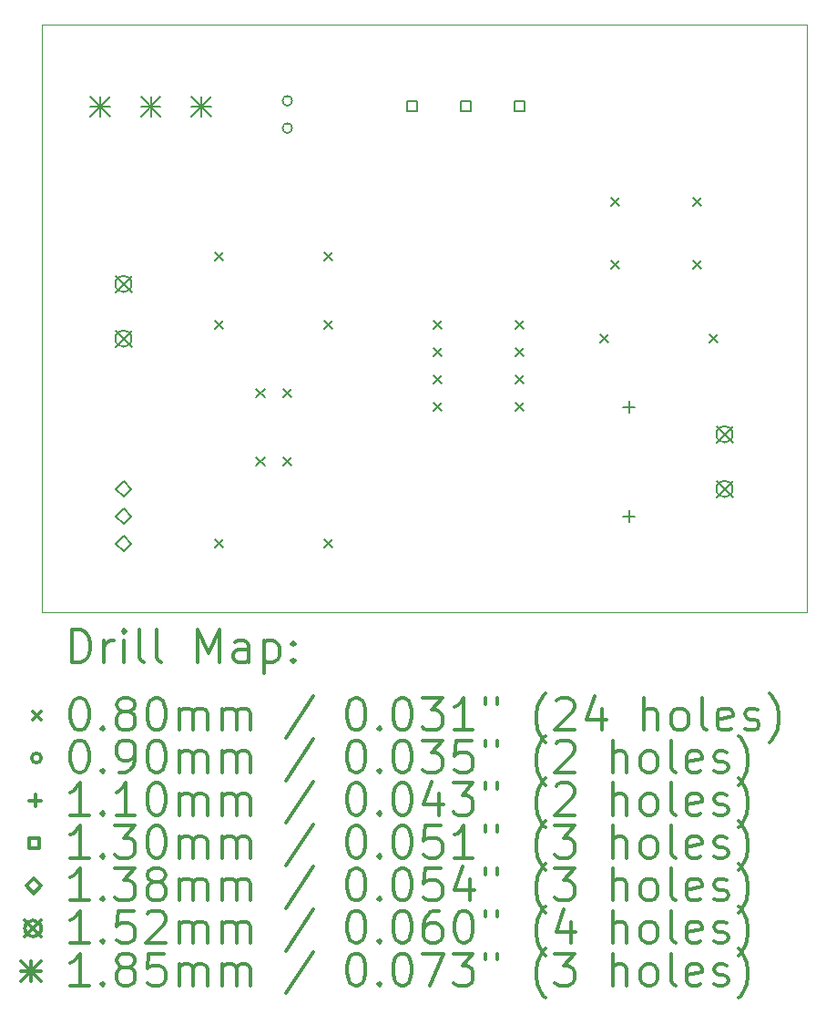
<source format=gbr>
%FSLAX45Y45*%
G04 Gerber Fmt 4.5, Leading zero omitted, Abs format (unit mm)*
G04 Created by KiCad (PCBNEW (5.1.9)-1) date 2022-05-29 14:43:06*
%MOMM*%
%LPD*%
G01*
G04 APERTURE LIST*
%TA.AperFunction,Profile*%
%ADD10C,0.050000*%
%TD*%
%ADD11C,0.200000*%
%ADD12C,0.300000*%
G04 APERTURE END LIST*
D10*
X11176000Y-12573000D02*
X11176000Y-7112000D01*
X18288000Y-12573000D02*
X11176000Y-12573000D01*
X18288000Y-7112000D02*
X18288000Y-12573000D01*
X11176000Y-7112000D02*
X18288000Y-7112000D01*
D11*
X12787000Y-9231000D02*
X12867000Y-9311000D01*
X12867000Y-9231000D02*
X12787000Y-9311000D01*
X12787000Y-9866000D02*
X12867000Y-9946000D01*
X12867000Y-9866000D02*
X12787000Y-9946000D01*
X12787000Y-11898000D02*
X12867000Y-11978000D01*
X12867000Y-11898000D02*
X12787000Y-11978000D01*
X13172000Y-10501000D02*
X13252000Y-10581000D01*
X13252000Y-10501000D02*
X13172000Y-10581000D01*
X13172000Y-11136000D02*
X13252000Y-11216000D01*
X13252000Y-11136000D02*
X13172000Y-11216000D01*
X13422000Y-10501000D02*
X13502000Y-10581000D01*
X13502000Y-10501000D02*
X13422000Y-10581000D01*
X13422000Y-11136000D02*
X13502000Y-11216000D01*
X13502000Y-11136000D02*
X13422000Y-11216000D01*
X13803000Y-9231000D02*
X13883000Y-9311000D01*
X13883000Y-9231000D02*
X13803000Y-9311000D01*
X13803000Y-9866000D02*
X13883000Y-9946000D01*
X13883000Y-9866000D02*
X13803000Y-9946000D01*
X13803000Y-11898000D02*
X13883000Y-11978000D01*
X13883000Y-11898000D02*
X13803000Y-11978000D01*
X14819000Y-9866000D02*
X14899000Y-9946000D01*
X14899000Y-9866000D02*
X14819000Y-9946000D01*
X14819000Y-10120000D02*
X14899000Y-10200000D01*
X14899000Y-10120000D02*
X14819000Y-10200000D01*
X14819000Y-10374000D02*
X14899000Y-10454000D01*
X14899000Y-10374000D02*
X14819000Y-10454000D01*
X14819000Y-10628000D02*
X14899000Y-10708000D01*
X14899000Y-10628000D02*
X14819000Y-10708000D01*
X15581000Y-9866000D02*
X15661000Y-9946000D01*
X15661000Y-9866000D02*
X15581000Y-9946000D01*
X15581000Y-10120000D02*
X15661000Y-10200000D01*
X15661000Y-10120000D02*
X15581000Y-10200000D01*
X15581000Y-10374000D02*
X15661000Y-10454000D01*
X15661000Y-10374000D02*
X15581000Y-10454000D01*
X15581000Y-10628000D02*
X15661000Y-10708000D01*
X15661000Y-10628000D02*
X15581000Y-10708000D01*
X16368400Y-9993000D02*
X16448400Y-10073000D01*
X16448400Y-9993000D02*
X16368400Y-10073000D01*
X16470000Y-8723000D02*
X16550000Y-8803000D01*
X16550000Y-8723000D02*
X16470000Y-8803000D01*
X16470000Y-9307200D02*
X16550000Y-9387200D01*
X16550000Y-9307200D02*
X16470000Y-9387200D01*
X17232000Y-8723000D02*
X17312000Y-8803000D01*
X17312000Y-8723000D02*
X17232000Y-8803000D01*
X17232000Y-9307200D02*
X17312000Y-9387200D01*
X17312000Y-9307200D02*
X17232000Y-9387200D01*
X17384400Y-9993000D02*
X17464400Y-10073000D01*
X17464400Y-9993000D02*
X17384400Y-10073000D01*
X13507000Y-7823200D02*
G75*
G03*
X13507000Y-7823200I-45000J0D01*
G01*
X13507000Y-8077200D02*
G75*
G03*
X13507000Y-8077200I-45000J0D01*
G01*
X16637000Y-10613000D02*
X16637000Y-10723000D01*
X16582000Y-10668000D02*
X16692000Y-10668000D01*
X16637000Y-11629000D02*
X16637000Y-11739000D01*
X16582000Y-11684000D02*
X16692000Y-11684000D01*
X14666962Y-7919962D02*
X14666962Y-7828038D01*
X14575038Y-7828038D01*
X14575038Y-7919962D01*
X14666962Y-7919962D01*
X15166962Y-7919962D02*
X15166962Y-7828038D01*
X15075038Y-7828038D01*
X15075038Y-7919962D01*
X15166962Y-7919962D01*
X15666962Y-7919962D02*
X15666962Y-7828038D01*
X15575038Y-7828038D01*
X15575038Y-7919962D01*
X15666962Y-7919962D01*
X11938000Y-11499000D02*
X12007000Y-11430000D01*
X11938000Y-11361000D01*
X11869000Y-11430000D01*
X11938000Y-11499000D01*
X11938000Y-11753000D02*
X12007000Y-11684000D01*
X11938000Y-11615000D01*
X11869000Y-11684000D01*
X11938000Y-11753000D01*
X11938000Y-12007000D02*
X12007000Y-11938000D01*
X11938000Y-11869000D01*
X11869000Y-11938000D01*
X11938000Y-12007000D01*
X11862000Y-9449000D02*
X12014000Y-9601000D01*
X12014000Y-9449000D02*
X11862000Y-9601000D01*
X12014000Y-9525000D02*
G75*
G03*
X12014000Y-9525000I-76000J0D01*
G01*
X11862000Y-9957000D02*
X12014000Y-10109000D01*
X12014000Y-9957000D02*
X11862000Y-10109000D01*
X12014000Y-10033000D02*
G75*
G03*
X12014000Y-10033000I-76000J0D01*
G01*
X17450000Y-10846000D02*
X17602000Y-10998000D01*
X17602000Y-10846000D02*
X17450000Y-10998000D01*
X17602000Y-10922000D02*
G75*
G03*
X17602000Y-10922000I-76000J0D01*
G01*
X17450000Y-11354000D02*
X17602000Y-11506000D01*
X17602000Y-11354000D02*
X17450000Y-11506000D01*
X17602000Y-11430000D02*
G75*
G03*
X17602000Y-11430000I-76000J0D01*
G01*
X11629500Y-7781500D02*
X11814500Y-7966500D01*
X11814500Y-7781500D02*
X11629500Y-7966500D01*
X11722000Y-7781500D02*
X11722000Y-7966500D01*
X11629500Y-7874000D02*
X11814500Y-7874000D01*
X12099500Y-7781500D02*
X12284500Y-7966500D01*
X12284500Y-7781500D02*
X12099500Y-7966500D01*
X12192000Y-7781500D02*
X12192000Y-7966500D01*
X12099500Y-7874000D02*
X12284500Y-7874000D01*
X12569500Y-7781500D02*
X12754500Y-7966500D01*
X12754500Y-7781500D02*
X12569500Y-7966500D01*
X12662000Y-7781500D02*
X12662000Y-7966500D01*
X12569500Y-7874000D02*
X12754500Y-7874000D01*
D12*
X11459928Y-13041214D02*
X11459928Y-12741214D01*
X11531357Y-12741214D01*
X11574214Y-12755500D01*
X11602786Y-12784071D01*
X11617071Y-12812643D01*
X11631357Y-12869786D01*
X11631357Y-12912643D01*
X11617071Y-12969786D01*
X11602786Y-12998357D01*
X11574214Y-13026929D01*
X11531357Y-13041214D01*
X11459928Y-13041214D01*
X11759928Y-13041214D02*
X11759928Y-12841214D01*
X11759928Y-12898357D02*
X11774214Y-12869786D01*
X11788500Y-12855500D01*
X11817071Y-12841214D01*
X11845643Y-12841214D01*
X11945643Y-13041214D02*
X11945643Y-12841214D01*
X11945643Y-12741214D02*
X11931357Y-12755500D01*
X11945643Y-12769786D01*
X11959928Y-12755500D01*
X11945643Y-12741214D01*
X11945643Y-12769786D01*
X12131357Y-13041214D02*
X12102786Y-13026929D01*
X12088500Y-12998357D01*
X12088500Y-12741214D01*
X12288500Y-13041214D02*
X12259928Y-13026929D01*
X12245643Y-12998357D01*
X12245643Y-12741214D01*
X12631357Y-13041214D02*
X12631357Y-12741214D01*
X12731357Y-12955500D01*
X12831357Y-12741214D01*
X12831357Y-13041214D01*
X13102786Y-13041214D02*
X13102786Y-12884071D01*
X13088500Y-12855500D01*
X13059928Y-12841214D01*
X13002786Y-12841214D01*
X12974214Y-12855500D01*
X13102786Y-13026929D02*
X13074214Y-13041214D01*
X13002786Y-13041214D01*
X12974214Y-13026929D01*
X12959928Y-12998357D01*
X12959928Y-12969786D01*
X12974214Y-12941214D01*
X13002786Y-12926929D01*
X13074214Y-12926929D01*
X13102786Y-12912643D01*
X13245643Y-12841214D02*
X13245643Y-13141214D01*
X13245643Y-12855500D02*
X13274214Y-12841214D01*
X13331357Y-12841214D01*
X13359928Y-12855500D01*
X13374214Y-12869786D01*
X13388500Y-12898357D01*
X13388500Y-12984071D01*
X13374214Y-13012643D01*
X13359928Y-13026929D01*
X13331357Y-13041214D01*
X13274214Y-13041214D01*
X13245643Y-13026929D01*
X13517071Y-13012643D02*
X13531357Y-13026929D01*
X13517071Y-13041214D01*
X13502786Y-13026929D01*
X13517071Y-13012643D01*
X13517071Y-13041214D01*
X13517071Y-12855500D02*
X13531357Y-12869786D01*
X13517071Y-12884071D01*
X13502786Y-12869786D01*
X13517071Y-12855500D01*
X13517071Y-12884071D01*
X11093500Y-13495500D02*
X11173500Y-13575500D01*
X11173500Y-13495500D02*
X11093500Y-13575500D01*
X11517071Y-13371214D02*
X11545643Y-13371214D01*
X11574214Y-13385500D01*
X11588500Y-13399786D01*
X11602786Y-13428357D01*
X11617071Y-13485500D01*
X11617071Y-13556929D01*
X11602786Y-13614071D01*
X11588500Y-13642643D01*
X11574214Y-13656929D01*
X11545643Y-13671214D01*
X11517071Y-13671214D01*
X11488500Y-13656929D01*
X11474214Y-13642643D01*
X11459928Y-13614071D01*
X11445643Y-13556929D01*
X11445643Y-13485500D01*
X11459928Y-13428357D01*
X11474214Y-13399786D01*
X11488500Y-13385500D01*
X11517071Y-13371214D01*
X11745643Y-13642643D02*
X11759928Y-13656929D01*
X11745643Y-13671214D01*
X11731357Y-13656929D01*
X11745643Y-13642643D01*
X11745643Y-13671214D01*
X11931357Y-13499786D02*
X11902786Y-13485500D01*
X11888500Y-13471214D01*
X11874214Y-13442643D01*
X11874214Y-13428357D01*
X11888500Y-13399786D01*
X11902786Y-13385500D01*
X11931357Y-13371214D01*
X11988500Y-13371214D01*
X12017071Y-13385500D01*
X12031357Y-13399786D01*
X12045643Y-13428357D01*
X12045643Y-13442643D01*
X12031357Y-13471214D01*
X12017071Y-13485500D01*
X11988500Y-13499786D01*
X11931357Y-13499786D01*
X11902786Y-13514071D01*
X11888500Y-13528357D01*
X11874214Y-13556929D01*
X11874214Y-13614071D01*
X11888500Y-13642643D01*
X11902786Y-13656929D01*
X11931357Y-13671214D01*
X11988500Y-13671214D01*
X12017071Y-13656929D01*
X12031357Y-13642643D01*
X12045643Y-13614071D01*
X12045643Y-13556929D01*
X12031357Y-13528357D01*
X12017071Y-13514071D01*
X11988500Y-13499786D01*
X12231357Y-13371214D02*
X12259928Y-13371214D01*
X12288500Y-13385500D01*
X12302786Y-13399786D01*
X12317071Y-13428357D01*
X12331357Y-13485500D01*
X12331357Y-13556929D01*
X12317071Y-13614071D01*
X12302786Y-13642643D01*
X12288500Y-13656929D01*
X12259928Y-13671214D01*
X12231357Y-13671214D01*
X12202786Y-13656929D01*
X12188500Y-13642643D01*
X12174214Y-13614071D01*
X12159928Y-13556929D01*
X12159928Y-13485500D01*
X12174214Y-13428357D01*
X12188500Y-13399786D01*
X12202786Y-13385500D01*
X12231357Y-13371214D01*
X12459928Y-13671214D02*
X12459928Y-13471214D01*
X12459928Y-13499786D02*
X12474214Y-13485500D01*
X12502786Y-13471214D01*
X12545643Y-13471214D01*
X12574214Y-13485500D01*
X12588500Y-13514071D01*
X12588500Y-13671214D01*
X12588500Y-13514071D02*
X12602786Y-13485500D01*
X12631357Y-13471214D01*
X12674214Y-13471214D01*
X12702786Y-13485500D01*
X12717071Y-13514071D01*
X12717071Y-13671214D01*
X12859928Y-13671214D02*
X12859928Y-13471214D01*
X12859928Y-13499786D02*
X12874214Y-13485500D01*
X12902786Y-13471214D01*
X12945643Y-13471214D01*
X12974214Y-13485500D01*
X12988500Y-13514071D01*
X12988500Y-13671214D01*
X12988500Y-13514071D02*
X13002786Y-13485500D01*
X13031357Y-13471214D01*
X13074214Y-13471214D01*
X13102786Y-13485500D01*
X13117071Y-13514071D01*
X13117071Y-13671214D01*
X13702786Y-13356929D02*
X13445643Y-13742643D01*
X14088500Y-13371214D02*
X14117071Y-13371214D01*
X14145643Y-13385500D01*
X14159928Y-13399786D01*
X14174214Y-13428357D01*
X14188500Y-13485500D01*
X14188500Y-13556929D01*
X14174214Y-13614071D01*
X14159928Y-13642643D01*
X14145643Y-13656929D01*
X14117071Y-13671214D01*
X14088500Y-13671214D01*
X14059928Y-13656929D01*
X14045643Y-13642643D01*
X14031357Y-13614071D01*
X14017071Y-13556929D01*
X14017071Y-13485500D01*
X14031357Y-13428357D01*
X14045643Y-13399786D01*
X14059928Y-13385500D01*
X14088500Y-13371214D01*
X14317071Y-13642643D02*
X14331357Y-13656929D01*
X14317071Y-13671214D01*
X14302786Y-13656929D01*
X14317071Y-13642643D01*
X14317071Y-13671214D01*
X14517071Y-13371214D02*
X14545643Y-13371214D01*
X14574214Y-13385500D01*
X14588500Y-13399786D01*
X14602786Y-13428357D01*
X14617071Y-13485500D01*
X14617071Y-13556929D01*
X14602786Y-13614071D01*
X14588500Y-13642643D01*
X14574214Y-13656929D01*
X14545643Y-13671214D01*
X14517071Y-13671214D01*
X14488500Y-13656929D01*
X14474214Y-13642643D01*
X14459928Y-13614071D01*
X14445643Y-13556929D01*
X14445643Y-13485500D01*
X14459928Y-13428357D01*
X14474214Y-13399786D01*
X14488500Y-13385500D01*
X14517071Y-13371214D01*
X14717071Y-13371214D02*
X14902786Y-13371214D01*
X14802786Y-13485500D01*
X14845643Y-13485500D01*
X14874214Y-13499786D01*
X14888500Y-13514071D01*
X14902786Y-13542643D01*
X14902786Y-13614071D01*
X14888500Y-13642643D01*
X14874214Y-13656929D01*
X14845643Y-13671214D01*
X14759928Y-13671214D01*
X14731357Y-13656929D01*
X14717071Y-13642643D01*
X15188500Y-13671214D02*
X15017071Y-13671214D01*
X15102786Y-13671214D02*
X15102786Y-13371214D01*
X15074214Y-13414071D01*
X15045643Y-13442643D01*
X15017071Y-13456929D01*
X15302786Y-13371214D02*
X15302786Y-13428357D01*
X15417071Y-13371214D02*
X15417071Y-13428357D01*
X15859928Y-13785500D02*
X15845643Y-13771214D01*
X15817071Y-13728357D01*
X15802786Y-13699786D01*
X15788500Y-13656929D01*
X15774214Y-13585500D01*
X15774214Y-13528357D01*
X15788500Y-13456929D01*
X15802786Y-13414071D01*
X15817071Y-13385500D01*
X15845643Y-13342643D01*
X15859928Y-13328357D01*
X15959928Y-13399786D02*
X15974214Y-13385500D01*
X16002786Y-13371214D01*
X16074214Y-13371214D01*
X16102786Y-13385500D01*
X16117071Y-13399786D01*
X16131357Y-13428357D01*
X16131357Y-13456929D01*
X16117071Y-13499786D01*
X15945643Y-13671214D01*
X16131357Y-13671214D01*
X16388500Y-13471214D02*
X16388500Y-13671214D01*
X16317071Y-13356929D02*
X16245643Y-13571214D01*
X16431357Y-13571214D01*
X16774214Y-13671214D02*
X16774214Y-13371214D01*
X16902786Y-13671214D02*
X16902786Y-13514071D01*
X16888500Y-13485500D01*
X16859928Y-13471214D01*
X16817071Y-13471214D01*
X16788500Y-13485500D01*
X16774214Y-13499786D01*
X17088500Y-13671214D02*
X17059928Y-13656929D01*
X17045643Y-13642643D01*
X17031357Y-13614071D01*
X17031357Y-13528357D01*
X17045643Y-13499786D01*
X17059928Y-13485500D01*
X17088500Y-13471214D01*
X17131357Y-13471214D01*
X17159928Y-13485500D01*
X17174214Y-13499786D01*
X17188500Y-13528357D01*
X17188500Y-13614071D01*
X17174214Y-13642643D01*
X17159928Y-13656929D01*
X17131357Y-13671214D01*
X17088500Y-13671214D01*
X17359928Y-13671214D02*
X17331357Y-13656929D01*
X17317071Y-13628357D01*
X17317071Y-13371214D01*
X17588500Y-13656929D02*
X17559928Y-13671214D01*
X17502786Y-13671214D01*
X17474214Y-13656929D01*
X17459928Y-13628357D01*
X17459928Y-13514071D01*
X17474214Y-13485500D01*
X17502786Y-13471214D01*
X17559928Y-13471214D01*
X17588500Y-13485500D01*
X17602786Y-13514071D01*
X17602786Y-13542643D01*
X17459928Y-13571214D01*
X17717071Y-13656929D02*
X17745643Y-13671214D01*
X17802786Y-13671214D01*
X17831357Y-13656929D01*
X17845643Y-13628357D01*
X17845643Y-13614071D01*
X17831357Y-13585500D01*
X17802786Y-13571214D01*
X17759928Y-13571214D01*
X17731357Y-13556929D01*
X17717071Y-13528357D01*
X17717071Y-13514071D01*
X17731357Y-13485500D01*
X17759928Y-13471214D01*
X17802786Y-13471214D01*
X17831357Y-13485500D01*
X17945643Y-13785500D02*
X17959928Y-13771214D01*
X17988500Y-13728357D01*
X18002786Y-13699786D01*
X18017071Y-13656929D01*
X18031357Y-13585500D01*
X18031357Y-13528357D01*
X18017071Y-13456929D01*
X18002786Y-13414071D01*
X17988500Y-13385500D01*
X17959928Y-13342643D01*
X17945643Y-13328357D01*
X11173500Y-13931500D02*
G75*
G03*
X11173500Y-13931500I-45000J0D01*
G01*
X11517071Y-13767214D02*
X11545643Y-13767214D01*
X11574214Y-13781500D01*
X11588500Y-13795786D01*
X11602786Y-13824357D01*
X11617071Y-13881500D01*
X11617071Y-13952929D01*
X11602786Y-14010071D01*
X11588500Y-14038643D01*
X11574214Y-14052929D01*
X11545643Y-14067214D01*
X11517071Y-14067214D01*
X11488500Y-14052929D01*
X11474214Y-14038643D01*
X11459928Y-14010071D01*
X11445643Y-13952929D01*
X11445643Y-13881500D01*
X11459928Y-13824357D01*
X11474214Y-13795786D01*
X11488500Y-13781500D01*
X11517071Y-13767214D01*
X11745643Y-14038643D02*
X11759928Y-14052929D01*
X11745643Y-14067214D01*
X11731357Y-14052929D01*
X11745643Y-14038643D01*
X11745643Y-14067214D01*
X11902786Y-14067214D02*
X11959928Y-14067214D01*
X11988500Y-14052929D01*
X12002786Y-14038643D01*
X12031357Y-13995786D01*
X12045643Y-13938643D01*
X12045643Y-13824357D01*
X12031357Y-13795786D01*
X12017071Y-13781500D01*
X11988500Y-13767214D01*
X11931357Y-13767214D01*
X11902786Y-13781500D01*
X11888500Y-13795786D01*
X11874214Y-13824357D01*
X11874214Y-13895786D01*
X11888500Y-13924357D01*
X11902786Y-13938643D01*
X11931357Y-13952929D01*
X11988500Y-13952929D01*
X12017071Y-13938643D01*
X12031357Y-13924357D01*
X12045643Y-13895786D01*
X12231357Y-13767214D02*
X12259928Y-13767214D01*
X12288500Y-13781500D01*
X12302786Y-13795786D01*
X12317071Y-13824357D01*
X12331357Y-13881500D01*
X12331357Y-13952929D01*
X12317071Y-14010071D01*
X12302786Y-14038643D01*
X12288500Y-14052929D01*
X12259928Y-14067214D01*
X12231357Y-14067214D01*
X12202786Y-14052929D01*
X12188500Y-14038643D01*
X12174214Y-14010071D01*
X12159928Y-13952929D01*
X12159928Y-13881500D01*
X12174214Y-13824357D01*
X12188500Y-13795786D01*
X12202786Y-13781500D01*
X12231357Y-13767214D01*
X12459928Y-14067214D02*
X12459928Y-13867214D01*
X12459928Y-13895786D02*
X12474214Y-13881500D01*
X12502786Y-13867214D01*
X12545643Y-13867214D01*
X12574214Y-13881500D01*
X12588500Y-13910071D01*
X12588500Y-14067214D01*
X12588500Y-13910071D02*
X12602786Y-13881500D01*
X12631357Y-13867214D01*
X12674214Y-13867214D01*
X12702786Y-13881500D01*
X12717071Y-13910071D01*
X12717071Y-14067214D01*
X12859928Y-14067214D02*
X12859928Y-13867214D01*
X12859928Y-13895786D02*
X12874214Y-13881500D01*
X12902786Y-13867214D01*
X12945643Y-13867214D01*
X12974214Y-13881500D01*
X12988500Y-13910071D01*
X12988500Y-14067214D01*
X12988500Y-13910071D02*
X13002786Y-13881500D01*
X13031357Y-13867214D01*
X13074214Y-13867214D01*
X13102786Y-13881500D01*
X13117071Y-13910071D01*
X13117071Y-14067214D01*
X13702786Y-13752929D02*
X13445643Y-14138643D01*
X14088500Y-13767214D02*
X14117071Y-13767214D01*
X14145643Y-13781500D01*
X14159928Y-13795786D01*
X14174214Y-13824357D01*
X14188500Y-13881500D01*
X14188500Y-13952929D01*
X14174214Y-14010071D01*
X14159928Y-14038643D01*
X14145643Y-14052929D01*
X14117071Y-14067214D01*
X14088500Y-14067214D01*
X14059928Y-14052929D01*
X14045643Y-14038643D01*
X14031357Y-14010071D01*
X14017071Y-13952929D01*
X14017071Y-13881500D01*
X14031357Y-13824357D01*
X14045643Y-13795786D01*
X14059928Y-13781500D01*
X14088500Y-13767214D01*
X14317071Y-14038643D02*
X14331357Y-14052929D01*
X14317071Y-14067214D01*
X14302786Y-14052929D01*
X14317071Y-14038643D01*
X14317071Y-14067214D01*
X14517071Y-13767214D02*
X14545643Y-13767214D01*
X14574214Y-13781500D01*
X14588500Y-13795786D01*
X14602786Y-13824357D01*
X14617071Y-13881500D01*
X14617071Y-13952929D01*
X14602786Y-14010071D01*
X14588500Y-14038643D01*
X14574214Y-14052929D01*
X14545643Y-14067214D01*
X14517071Y-14067214D01*
X14488500Y-14052929D01*
X14474214Y-14038643D01*
X14459928Y-14010071D01*
X14445643Y-13952929D01*
X14445643Y-13881500D01*
X14459928Y-13824357D01*
X14474214Y-13795786D01*
X14488500Y-13781500D01*
X14517071Y-13767214D01*
X14717071Y-13767214D02*
X14902786Y-13767214D01*
X14802786Y-13881500D01*
X14845643Y-13881500D01*
X14874214Y-13895786D01*
X14888500Y-13910071D01*
X14902786Y-13938643D01*
X14902786Y-14010071D01*
X14888500Y-14038643D01*
X14874214Y-14052929D01*
X14845643Y-14067214D01*
X14759928Y-14067214D01*
X14731357Y-14052929D01*
X14717071Y-14038643D01*
X15174214Y-13767214D02*
X15031357Y-13767214D01*
X15017071Y-13910071D01*
X15031357Y-13895786D01*
X15059928Y-13881500D01*
X15131357Y-13881500D01*
X15159928Y-13895786D01*
X15174214Y-13910071D01*
X15188500Y-13938643D01*
X15188500Y-14010071D01*
X15174214Y-14038643D01*
X15159928Y-14052929D01*
X15131357Y-14067214D01*
X15059928Y-14067214D01*
X15031357Y-14052929D01*
X15017071Y-14038643D01*
X15302786Y-13767214D02*
X15302786Y-13824357D01*
X15417071Y-13767214D02*
X15417071Y-13824357D01*
X15859928Y-14181500D02*
X15845643Y-14167214D01*
X15817071Y-14124357D01*
X15802786Y-14095786D01*
X15788500Y-14052929D01*
X15774214Y-13981500D01*
X15774214Y-13924357D01*
X15788500Y-13852929D01*
X15802786Y-13810071D01*
X15817071Y-13781500D01*
X15845643Y-13738643D01*
X15859928Y-13724357D01*
X15959928Y-13795786D02*
X15974214Y-13781500D01*
X16002786Y-13767214D01*
X16074214Y-13767214D01*
X16102786Y-13781500D01*
X16117071Y-13795786D01*
X16131357Y-13824357D01*
X16131357Y-13852929D01*
X16117071Y-13895786D01*
X15945643Y-14067214D01*
X16131357Y-14067214D01*
X16488500Y-14067214D02*
X16488500Y-13767214D01*
X16617071Y-14067214D02*
X16617071Y-13910071D01*
X16602786Y-13881500D01*
X16574214Y-13867214D01*
X16531357Y-13867214D01*
X16502786Y-13881500D01*
X16488500Y-13895786D01*
X16802786Y-14067214D02*
X16774214Y-14052929D01*
X16759928Y-14038643D01*
X16745643Y-14010071D01*
X16745643Y-13924357D01*
X16759928Y-13895786D01*
X16774214Y-13881500D01*
X16802786Y-13867214D01*
X16845643Y-13867214D01*
X16874214Y-13881500D01*
X16888500Y-13895786D01*
X16902786Y-13924357D01*
X16902786Y-14010071D01*
X16888500Y-14038643D01*
X16874214Y-14052929D01*
X16845643Y-14067214D01*
X16802786Y-14067214D01*
X17074214Y-14067214D02*
X17045643Y-14052929D01*
X17031357Y-14024357D01*
X17031357Y-13767214D01*
X17302786Y-14052929D02*
X17274214Y-14067214D01*
X17217071Y-14067214D01*
X17188500Y-14052929D01*
X17174214Y-14024357D01*
X17174214Y-13910071D01*
X17188500Y-13881500D01*
X17217071Y-13867214D01*
X17274214Y-13867214D01*
X17302786Y-13881500D01*
X17317071Y-13910071D01*
X17317071Y-13938643D01*
X17174214Y-13967214D01*
X17431357Y-14052929D02*
X17459928Y-14067214D01*
X17517071Y-14067214D01*
X17545643Y-14052929D01*
X17559928Y-14024357D01*
X17559928Y-14010071D01*
X17545643Y-13981500D01*
X17517071Y-13967214D01*
X17474214Y-13967214D01*
X17445643Y-13952929D01*
X17431357Y-13924357D01*
X17431357Y-13910071D01*
X17445643Y-13881500D01*
X17474214Y-13867214D01*
X17517071Y-13867214D01*
X17545643Y-13881500D01*
X17659928Y-14181500D02*
X17674214Y-14167214D01*
X17702786Y-14124357D01*
X17717071Y-14095786D01*
X17731357Y-14052929D01*
X17745643Y-13981500D01*
X17745643Y-13924357D01*
X17731357Y-13852929D01*
X17717071Y-13810071D01*
X17702786Y-13781500D01*
X17674214Y-13738643D01*
X17659928Y-13724357D01*
X11118500Y-14272500D02*
X11118500Y-14382500D01*
X11063500Y-14327500D02*
X11173500Y-14327500D01*
X11617071Y-14463214D02*
X11445643Y-14463214D01*
X11531357Y-14463214D02*
X11531357Y-14163214D01*
X11502786Y-14206071D01*
X11474214Y-14234643D01*
X11445643Y-14248929D01*
X11745643Y-14434643D02*
X11759928Y-14448929D01*
X11745643Y-14463214D01*
X11731357Y-14448929D01*
X11745643Y-14434643D01*
X11745643Y-14463214D01*
X12045643Y-14463214D02*
X11874214Y-14463214D01*
X11959928Y-14463214D02*
X11959928Y-14163214D01*
X11931357Y-14206071D01*
X11902786Y-14234643D01*
X11874214Y-14248929D01*
X12231357Y-14163214D02*
X12259928Y-14163214D01*
X12288500Y-14177500D01*
X12302786Y-14191786D01*
X12317071Y-14220357D01*
X12331357Y-14277500D01*
X12331357Y-14348929D01*
X12317071Y-14406071D01*
X12302786Y-14434643D01*
X12288500Y-14448929D01*
X12259928Y-14463214D01*
X12231357Y-14463214D01*
X12202786Y-14448929D01*
X12188500Y-14434643D01*
X12174214Y-14406071D01*
X12159928Y-14348929D01*
X12159928Y-14277500D01*
X12174214Y-14220357D01*
X12188500Y-14191786D01*
X12202786Y-14177500D01*
X12231357Y-14163214D01*
X12459928Y-14463214D02*
X12459928Y-14263214D01*
X12459928Y-14291786D02*
X12474214Y-14277500D01*
X12502786Y-14263214D01*
X12545643Y-14263214D01*
X12574214Y-14277500D01*
X12588500Y-14306071D01*
X12588500Y-14463214D01*
X12588500Y-14306071D02*
X12602786Y-14277500D01*
X12631357Y-14263214D01*
X12674214Y-14263214D01*
X12702786Y-14277500D01*
X12717071Y-14306071D01*
X12717071Y-14463214D01*
X12859928Y-14463214D02*
X12859928Y-14263214D01*
X12859928Y-14291786D02*
X12874214Y-14277500D01*
X12902786Y-14263214D01*
X12945643Y-14263214D01*
X12974214Y-14277500D01*
X12988500Y-14306071D01*
X12988500Y-14463214D01*
X12988500Y-14306071D02*
X13002786Y-14277500D01*
X13031357Y-14263214D01*
X13074214Y-14263214D01*
X13102786Y-14277500D01*
X13117071Y-14306071D01*
X13117071Y-14463214D01*
X13702786Y-14148929D02*
X13445643Y-14534643D01*
X14088500Y-14163214D02*
X14117071Y-14163214D01*
X14145643Y-14177500D01*
X14159928Y-14191786D01*
X14174214Y-14220357D01*
X14188500Y-14277500D01*
X14188500Y-14348929D01*
X14174214Y-14406071D01*
X14159928Y-14434643D01*
X14145643Y-14448929D01*
X14117071Y-14463214D01*
X14088500Y-14463214D01*
X14059928Y-14448929D01*
X14045643Y-14434643D01*
X14031357Y-14406071D01*
X14017071Y-14348929D01*
X14017071Y-14277500D01*
X14031357Y-14220357D01*
X14045643Y-14191786D01*
X14059928Y-14177500D01*
X14088500Y-14163214D01*
X14317071Y-14434643D02*
X14331357Y-14448929D01*
X14317071Y-14463214D01*
X14302786Y-14448929D01*
X14317071Y-14434643D01*
X14317071Y-14463214D01*
X14517071Y-14163214D02*
X14545643Y-14163214D01*
X14574214Y-14177500D01*
X14588500Y-14191786D01*
X14602786Y-14220357D01*
X14617071Y-14277500D01*
X14617071Y-14348929D01*
X14602786Y-14406071D01*
X14588500Y-14434643D01*
X14574214Y-14448929D01*
X14545643Y-14463214D01*
X14517071Y-14463214D01*
X14488500Y-14448929D01*
X14474214Y-14434643D01*
X14459928Y-14406071D01*
X14445643Y-14348929D01*
X14445643Y-14277500D01*
X14459928Y-14220357D01*
X14474214Y-14191786D01*
X14488500Y-14177500D01*
X14517071Y-14163214D01*
X14874214Y-14263214D02*
X14874214Y-14463214D01*
X14802786Y-14148929D02*
X14731357Y-14363214D01*
X14917071Y-14363214D01*
X15002786Y-14163214D02*
X15188500Y-14163214D01*
X15088500Y-14277500D01*
X15131357Y-14277500D01*
X15159928Y-14291786D01*
X15174214Y-14306071D01*
X15188500Y-14334643D01*
X15188500Y-14406071D01*
X15174214Y-14434643D01*
X15159928Y-14448929D01*
X15131357Y-14463214D01*
X15045643Y-14463214D01*
X15017071Y-14448929D01*
X15002786Y-14434643D01*
X15302786Y-14163214D02*
X15302786Y-14220357D01*
X15417071Y-14163214D02*
X15417071Y-14220357D01*
X15859928Y-14577500D02*
X15845643Y-14563214D01*
X15817071Y-14520357D01*
X15802786Y-14491786D01*
X15788500Y-14448929D01*
X15774214Y-14377500D01*
X15774214Y-14320357D01*
X15788500Y-14248929D01*
X15802786Y-14206071D01*
X15817071Y-14177500D01*
X15845643Y-14134643D01*
X15859928Y-14120357D01*
X15959928Y-14191786D02*
X15974214Y-14177500D01*
X16002786Y-14163214D01*
X16074214Y-14163214D01*
X16102786Y-14177500D01*
X16117071Y-14191786D01*
X16131357Y-14220357D01*
X16131357Y-14248929D01*
X16117071Y-14291786D01*
X15945643Y-14463214D01*
X16131357Y-14463214D01*
X16488500Y-14463214D02*
X16488500Y-14163214D01*
X16617071Y-14463214D02*
X16617071Y-14306071D01*
X16602786Y-14277500D01*
X16574214Y-14263214D01*
X16531357Y-14263214D01*
X16502786Y-14277500D01*
X16488500Y-14291786D01*
X16802786Y-14463214D02*
X16774214Y-14448929D01*
X16759928Y-14434643D01*
X16745643Y-14406071D01*
X16745643Y-14320357D01*
X16759928Y-14291786D01*
X16774214Y-14277500D01*
X16802786Y-14263214D01*
X16845643Y-14263214D01*
X16874214Y-14277500D01*
X16888500Y-14291786D01*
X16902786Y-14320357D01*
X16902786Y-14406071D01*
X16888500Y-14434643D01*
X16874214Y-14448929D01*
X16845643Y-14463214D01*
X16802786Y-14463214D01*
X17074214Y-14463214D02*
X17045643Y-14448929D01*
X17031357Y-14420357D01*
X17031357Y-14163214D01*
X17302786Y-14448929D02*
X17274214Y-14463214D01*
X17217071Y-14463214D01*
X17188500Y-14448929D01*
X17174214Y-14420357D01*
X17174214Y-14306071D01*
X17188500Y-14277500D01*
X17217071Y-14263214D01*
X17274214Y-14263214D01*
X17302786Y-14277500D01*
X17317071Y-14306071D01*
X17317071Y-14334643D01*
X17174214Y-14363214D01*
X17431357Y-14448929D02*
X17459928Y-14463214D01*
X17517071Y-14463214D01*
X17545643Y-14448929D01*
X17559928Y-14420357D01*
X17559928Y-14406071D01*
X17545643Y-14377500D01*
X17517071Y-14363214D01*
X17474214Y-14363214D01*
X17445643Y-14348929D01*
X17431357Y-14320357D01*
X17431357Y-14306071D01*
X17445643Y-14277500D01*
X17474214Y-14263214D01*
X17517071Y-14263214D01*
X17545643Y-14277500D01*
X17659928Y-14577500D02*
X17674214Y-14563214D01*
X17702786Y-14520357D01*
X17717071Y-14491786D01*
X17731357Y-14448929D01*
X17745643Y-14377500D01*
X17745643Y-14320357D01*
X17731357Y-14248929D01*
X17717071Y-14206071D01*
X17702786Y-14177500D01*
X17674214Y-14134643D01*
X17659928Y-14120357D01*
X11154462Y-14769462D02*
X11154462Y-14677538D01*
X11062538Y-14677538D01*
X11062538Y-14769462D01*
X11154462Y-14769462D01*
X11617071Y-14859214D02*
X11445643Y-14859214D01*
X11531357Y-14859214D02*
X11531357Y-14559214D01*
X11502786Y-14602071D01*
X11474214Y-14630643D01*
X11445643Y-14644929D01*
X11745643Y-14830643D02*
X11759928Y-14844929D01*
X11745643Y-14859214D01*
X11731357Y-14844929D01*
X11745643Y-14830643D01*
X11745643Y-14859214D01*
X11859928Y-14559214D02*
X12045643Y-14559214D01*
X11945643Y-14673500D01*
X11988500Y-14673500D01*
X12017071Y-14687786D01*
X12031357Y-14702071D01*
X12045643Y-14730643D01*
X12045643Y-14802071D01*
X12031357Y-14830643D01*
X12017071Y-14844929D01*
X11988500Y-14859214D01*
X11902786Y-14859214D01*
X11874214Y-14844929D01*
X11859928Y-14830643D01*
X12231357Y-14559214D02*
X12259928Y-14559214D01*
X12288500Y-14573500D01*
X12302786Y-14587786D01*
X12317071Y-14616357D01*
X12331357Y-14673500D01*
X12331357Y-14744929D01*
X12317071Y-14802071D01*
X12302786Y-14830643D01*
X12288500Y-14844929D01*
X12259928Y-14859214D01*
X12231357Y-14859214D01*
X12202786Y-14844929D01*
X12188500Y-14830643D01*
X12174214Y-14802071D01*
X12159928Y-14744929D01*
X12159928Y-14673500D01*
X12174214Y-14616357D01*
X12188500Y-14587786D01*
X12202786Y-14573500D01*
X12231357Y-14559214D01*
X12459928Y-14859214D02*
X12459928Y-14659214D01*
X12459928Y-14687786D02*
X12474214Y-14673500D01*
X12502786Y-14659214D01*
X12545643Y-14659214D01*
X12574214Y-14673500D01*
X12588500Y-14702071D01*
X12588500Y-14859214D01*
X12588500Y-14702071D02*
X12602786Y-14673500D01*
X12631357Y-14659214D01*
X12674214Y-14659214D01*
X12702786Y-14673500D01*
X12717071Y-14702071D01*
X12717071Y-14859214D01*
X12859928Y-14859214D02*
X12859928Y-14659214D01*
X12859928Y-14687786D02*
X12874214Y-14673500D01*
X12902786Y-14659214D01*
X12945643Y-14659214D01*
X12974214Y-14673500D01*
X12988500Y-14702071D01*
X12988500Y-14859214D01*
X12988500Y-14702071D02*
X13002786Y-14673500D01*
X13031357Y-14659214D01*
X13074214Y-14659214D01*
X13102786Y-14673500D01*
X13117071Y-14702071D01*
X13117071Y-14859214D01*
X13702786Y-14544929D02*
X13445643Y-14930643D01*
X14088500Y-14559214D02*
X14117071Y-14559214D01*
X14145643Y-14573500D01*
X14159928Y-14587786D01*
X14174214Y-14616357D01*
X14188500Y-14673500D01*
X14188500Y-14744929D01*
X14174214Y-14802071D01*
X14159928Y-14830643D01*
X14145643Y-14844929D01*
X14117071Y-14859214D01*
X14088500Y-14859214D01*
X14059928Y-14844929D01*
X14045643Y-14830643D01*
X14031357Y-14802071D01*
X14017071Y-14744929D01*
X14017071Y-14673500D01*
X14031357Y-14616357D01*
X14045643Y-14587786D01*
X14059928Y-14573500D01*
X14088500Y-14559214D01*
X14317071Y-14830643D02*
X14331357Y-14844929D01*
X14317071Y-14859214D01*
X14302786Y-14844929D01*
X14317071Y-14830643D01*
X14317071Y-14859214D01*
X14517071Y-14559214D02*
X14545643Y-14559214D01*
X14574214Y-14573500D01*
X14588500Y-14587786D01*
X14602786Y-14616357D01*
X14617071Y-14673500D01*
X14617071Y-14744929D01*
X14602786Y-14802071D01*
X14588500Y-14830643D01*
X14574214Y-14844929D01*
X14545643Y-14859214D01*
X14517071Y-14859214D01*
X14488500Y-14844929D01*
X14474214Y-14830643D01*
X14459928Y-14802071D01*
X14445643Y-14744929D01*
X14445643Y-14673500D01*
X14459928Y-14616357D01*
X14474214Y-14587786D01*
X14488500Y-14573500D01*
X14517071Y-14559214D01*
X14888500Y-14559214D02*
X14745643Y-14559214D01*
X14731357Y-14702071D01*
X14745643Y-14687786D01*
X14774214Y-14673500D01*
X14845643Y-14673500D01*
X14874214Y-14687786D01*
X14888500Y-14702071D01*
X14902786Y-14730643D01*
X14902786Y-14802071D01*
X14888500Y-14830643D01*
X14874214Y-14844929D01*
X14845643Y-14859214D01*
X14774214Y-14859214D01*
X14745643Y-14844929D01*
X14731357Y-14830643D01*
X15188500Y-14859214D02*
X15017071Y-14859214D01*
X15102786Y-14859214D02*
X15102786Y-14559214D01*
X15074214Y-14602071D01*
X15045643Y-14630643D01*
X15017071Y-14644929D01*
X15302786Y-14559214D02*
X15302786Y-14616357D01*
X15417071Y-14559214D02*
X15417071Y-14616357D01*
X15859928Y-14973500D02*
X15845643Y-14959214D01*
X15817071Y-14916357D01*
X15802786Y-14887786D01*
X15788500Y-14844929D01*
X15774214Y-14773500D01*
X15774214Y-14716357D01*
X15788500Y-14644929D01*
X15802786Y-14602071D01*
X15817071Y-14573500D01*
X15845643Y-14530643D01*
X15859928Y-14516357D01*
X15945643Y-14559214D02*
X16131357Y-14559214D01*
X16031357Y-14673500D01*
X16074214Y-14673500D01*
X16102786Y-14687786D01*
X16117071Y-14702071D01*
X16131357Y-14730643D01*
X16131357Y-14802071D01*
X16117071Y-14830643D01*
X16102786Y-14844929D01*
X16074214Y-14859214D01*
X15988500Y-14859214D01*
X15959928Y-14844929D01*
X15945643Y-14830643D01*
X16488500Y-14859214D02*
X16488500Y-14559214D01*
X16617071Y-14859214D02*
X16617071Y-14702071D01*
X16602786Y-14673500D01*
X16574214Y-14659214D01*
X16531357Y-14659214D01*
X16502786Y-14673500D01*
X16488500Y-14687786D01*
X16802786Y-14859214D02*
X16774214Y-14844929D01*
X16759928Y-14830643D01*
X16745643Y-14802071D01*
X16745643Y-14716357D01*
X16759928Y-14687786D01*
X16774214Y-14673500D01*
X16802786Y-14659214D01*
X16845643Y-14659214D01*
X16874214Y-14673500D01*
X16888500Y-14687786D01*
X16902786Y-14716357D01*
X16902786Y-14802071D01*
X16888500Y-14830643D01*
X16874214Y-14844929D01*
X16845643Y-14859214D01*
X16802786Y-14859214D01*
X17074214Y-14859214D02*
X17045643Y-14844929D01*
X17031357Y-14816357D01*
X17031357Y-14559214D01*
X17302786Y-14844929D02*
X17274214Y-14859214D01*
X17217071Y-14859214D01*
X17188500Y-14844929D01*
X17174214Y-14816357D01*
X17174214Y-14702071D01*
X17188500Y-14673500D01*
X17217071Y-14659214D01*
X17274214Y-14659214D01*
X17302786Y-14673500D01*
X17317071Y-14702071D01*
X17317071Y-14730643D01*
X17174214Y-14759214D01*
X17431357Y-14844929D02*
X17459928Y-14859214D01*
X17517071Y-14859214D01*
X17545643Y-14844929D01*
X17559928Y-14816357D01*
X17559928Y-14802071D01*
X17545643Y-14773500D01*
X17517071Y-14759214D01*
X17474214Y-14759214D01*
X17445643Y-14744929D01*
X17431357Y-14716357D01*
X17431357Y-14702071D01*
X17445643Y-14673500D01*
X17474214Y-14659214D01*
X17517071Y-14659214D01*
X17545643Y-14673500D01*
X17659928Y-14973500D02*
X17674214Y-14959214D01*
X17702786Y-14916357D01*
X17717071Y-14887786D01*
X17731357Y-14844929D01*
X17745643Y-14773500D01*
X17745643Y-14716357D01*
X17731357Y-14644929D01*
X17717071Y-14602071D01*
X17702786Y-14573500D01*
X17674214Y-14530643D01*
X17659928Y-14516357D01*
X11104500Y-15188500D02*
X11173500Y-15119500D01*
X11104500Y-15050500D01*
X11035500Y-15119500D01*
X11104500Y-15188500D01*
X11617071Y-15255214D02*
X11445643Y-15255214D01*
X11531357Y-15255214D02*
X11531357Y-14955214D01*
X11502786Y-14998071D01*
X11474214Y-15026643D01*
X11445643Y-15040929D01*
X11745643Y-15226643D02*
X11759928Y-15240929D01*
X11745643Y-15255214D01*
X11731357Y-15240929D01*
X11745643Y-15226643D01*
X11745643Y-15255214D01*
X11859928Y-14955214D02*
X12045643Y-14955214D01*
X11945643Y-15069500D01*
X11988500Y-15069500D01*
X12017071Y-15083786D01*
X12031357Y-15098071D01*
X12045643Y-15126643D01*
X12045643Y-15198071D01*
X12031357Y-15226643D01*
X12017071Y-15240929D01*
X11988500Y-15255214D01*
X11902786Y-15255214D01*
X11874214Y-15240929D01*
X11859928Y-15226643D01*
X12217071Y-15083786D02*
X12188500Y-15069500D01*
X12174214Y-15055214D01*
X12159928Y-15026643D01*
X12159928Y-15012357D01*
X12174214Y-14983786D01*
X12188500Y-14969500D01*
X12217071Y-14955214D01*
X12274214Y-14955214D01*
X12302786Y-14969500D01*
X12317071Y-14983786D01*
X12331357Y-15012357D01*
X12331357Y-15026643D01*
X12317071Y-15055214D01*
X12302786Y-15069500D01*
X12274214Y-15083786D01*
X12217071Y-15083786D01*
X12188500Y-15098071D01*
X12174214Y-15112357D01*
X12159928Y-15140929D01*
X12159928Y-15198071D01*
X12174214Y-15226643D01*
X12188500Y-15240929D01*
X12217071Y-15255214D01*
X12274214Y-15255214D01*
X12302786Y-15240929D01*
X12317071Y-15226643D01*
X12331357Y-15198071D01*
X12331357Y-15140929D01*
X12317071Y-15112357D01*
X12302786Y-15098071D01*
X12274214Y-15083786D01*
X12459928Y-15255214D02*
X12459928Y-15055214D01*
X12459928Y-15083786D02*
X12474214Y-15069500D01*
X12502786Y-15055214D01*
X12545643Y-15055214D01*
X12574214Y-15069500D01*
X12588500Y-15098071D01*
X12588500Y-15255214D01*
X12588500Y-15098071D02*
X12602786Y-15069500D01*
X12631357Y-15055214D01*
X12674214Y-15055214D01*
X12702786Y-15069500D01*
X12717071Y-15098071D01*
X12717071Y-15255214D01*
X12859928Y-15255214D02*
X12859928Y-15055214D01*
X12859928Y-15083786D02*
X12874214Y-15069500D01*
X12902786Y-15055214D01*
X12945643Y-15055214D01*
X12974214Y-15069500D01*
X12988500Y-15098071D01*
X12988500Y-15255214D01*
X12988500Y-15098071D02*
X13002786Y-15069500D01*
X13031357Y-15055214D01*
X13074214Y-15055214D01*
X13102786Y-15069500D01*
X13117071Y-15098071D01*
X13117071Y-15255214D01*
X13702786Y-14940929D02*
X13445643Y-15326643D01*
X14088500Y-14955214D02*
X14117071Y-14955214D01*
X14145643Y-14969500D01*
X14159928Y-14983786D01*
X14174214Y-15012357D01*
X14188500Y-15069500D01*
X14188500Y-15140929D01*
X14174214Y-15198071D01*
X14159928Y-15226643D01*
X14145643Y-15240929D01*
X14117071Y-15255214D01*
X14088500Y-15255214D01*
X14059928Y-15240929D01*
X14045643Y-15226643D01*
X14031357Y-15198071D01*
X14017071Y-15140929D01*
X14017071Y-15069500D01*
X14031357Y-15012357D01*
X14045643Y-14983786D01*
X14059928Y-14969500D01*
X14088500Y-14955214D01*
X14317071Y-15226643D02*
X14331357Y-15240929D01*
X14317071Y-15255214D01*
X14302786Y-15240929D01*
X14317071Y-15226643D01*
X14317071Y-15255214D01*
X14517071Y-14955214D02*
X14545643Y-14955214D01*
X14574214Y-14969500D01*
X14588500Y-14983786D01*
X14602786Y-15012357D01*
X14617071Y-15069500D01*
X14617071Y-15140929D01*
X14602786Y-15198071D01*
X14588500Y-15226643D01*
X14574214Y-15240929D01*
X14545643Y-15255214D01*
X14517071Y-15255214D01*
X14488500Y-15240929D01*
X14474214Y-15226643D01*
X14459928Y-15198071D01*
X14445643Y-15140929D01*
X14445643Y-15069500D01*
X14459928Y-15012357D01*
X14474214Y-14983786D01*
X14488500Y-14969500D01*
X14517071Y-14955214D01*
X14888500Y-14955214D02*
X14745643Y-14955214D01*
X14731357Y-15098071D01*
X14745643Y-15083786D01*
X14774214Y-15069500D01*
X14845643Y-15069500D01*
X14874214Y-15083786D01*
X14888500Y-15098071D01*
X14902786Y-15126643D01*
X14902786Y-15198071D01*
X14888500Y-15226643D01*
X14874214Y-15240929D01*
X14845643Y-15255214D01*
X14774214Y-15255214D01*
X14745643Y-15240929D01*
X14731357Y-15226643D01*
X15159928Y-15055214D02*
X15159928Y-15255214D01*
X15088500Y-14940929D02*
X15017071Y-15155214D01*
X15202786Y-15155214D01*
X15302786Y-14955214D02*
X15302786Y-15012357D01*
X15417071Y-14955214D02*
X15417071Y-15012357D01*
X15859928Y-15369500D02*
X15845643Y-15355214D01*
X15817071Y-15312357D01*
X15802786Y-15283786D01*
X15788500Y-15240929D01*
X15774214Y-15169500D01*
X15774214Y-15112357D01*
X15788500Y-15040929D01*
X15802786Y-14998071D01*
X15817071Y-14969500D01*
X15845643Y-14926643D01*
X15859928Y-14912357D01*
X15945643Y-14955214D02*
X16131357Y-14955214D01*
X16031357Y-15069500D01*
X16074214Y-15069500D01*
X16102786Y-15083786D01*
X16117071Y-15098071D01*
X16131357Y-15126643D01*
X16131357Y-15198071D01*
X16117071Y-15226643D01*
X16102786Y-15240929D01*
X16074214Y-15255214D01*
X15988500Y-15255214D01*
X15959928Y-15240929D01*
X15945643Y-15226643D01*
X16488500Y-15255214D02*
X16488500Y-14955214D01*
X16617071Y-15255214D02*
X16617071Y-15098071D01*
X16602786Y-15069500D01*
X16574214Y-15055214D01*
X16531357Y-15055214D01*
X16502786Y-15069500D01*
X16488500Y-15083786D01*
X16802786Y-15255214D02*
X16774214Y-15240929D01*
X16759928Y-15226643D01*
X16745643Y-15198071D01*
X16745643Y-15112357D01*
X16759928Y-15083786D01*
X16774214Y-15069500D01*
X16802786Y-15055214D01*
X16845643Y-15055214D01*
X16874214Y-15069500D01*
X16888500Y-15083786D01*
X16902786Y-15112357D01*
X16902786Y-15198071D01*
X16888500Y-15226643D01*
X16874214Y-15240929D01*
X16845643Y-15255214D01*
X16802786Y-15255214D01*
X17074214Y-15255214D02*
X17045643Y-15240929D01*
X17031357Y-15212357D01*
X17031357Y-14955214D01*
X17302786Y-15240929D02*
X17274214Y-15255214D01*
X17217071Y-15255214D01*
X17188500Y-15240929D01*
X17174214Y-15212357D01*
X17174214Y-15098071D01*
X17188500Y-15069500D01*
X17217071Y-15055214D01*
X17274214Y-15055214D01*
X17302786Y-15069500D01*
X17317071Y-15098071D01*
X17317071Y-15126643D01*
X17174214Y-15155214D01*
X17431357Y-15240929D02*
X17459928Y-15255214D01*
X17517071Y-15255214D01*
X17545643Y-15240929D01*
X17559928Y-15212357D01*
X17559928Y-15198071D01*
X17545643Y-15169500D01*
X17517071Y-15155214D01*
X17474214Y-15155214D01*
X17445643Y-15140929D01*
X17431357Y-15112357D01*
X17431357Y-15098071D01*
X17445643Y-15069500D01*
X17474214Y-15055214D01*
X17517071Y-15055214D01*
X17545643Y-15069500D01*
X17659928Y-15369500D02*
X17674214Y-15355214D01*
X17702786Y-15312357D01*
X17717071Y-15283786D01*
X17731357Y-15240929D01*
X17745643Y-15169500D01*
X17745643Y-15112357D01*
X17731357Y-15040929D01*
X17717071Y-14998071D01*
X17702786Y-14969500D01*
X17674214Y-14926643D01*
X17659928Y-14912357D01*
X11021500Y-15439500D02*
X11173500Y-15591500D01*
X11173500Y-15439500D02*
X11021500Y-15591500D01*
X11173500Y-15515500D02*
G75*
G03*
X11173500Y-15515500I-76000J0D01*
G01*
X11617071Y-15651214D02*
X11445643Y-15651214D01*
X11531357Y-15651214D02*
X11531357Y-15351214D01*
X11502786Y-15394071D01*
X11474214Y-15422643D01*
X11445643Y-15436929D01*
X11745643Y-15622643D02*
X11759928Y-15636929D01*
X11745643Y-15651214D01*
X11731357Y-15636929D01*
X11745643Y-15622643D01*
X11745643Y-15651214D01*
X12031357Y-15351214D02*
X11888500Y-15351214D01*
X11874214Y-15494071D01*
X11888500Y-15479786D01*
X11917071Y-15465500D01*
X11988500Y-15465500D01*
X12017071Y-15479786D01*
X12031357Y-15494071D01*
X12045643Y-15522643D01*
X12045643Y-15594071D01*
X12031357Y-15622643D01*
X12017071Y-15636929D01*
X11988500Y-15651214D01*
X11917071Y-15651214D01*
X11888500Y-15636929D01*
X11874214Y-15622643D01*
X12159928Y-15379786D02*
X12174214Y-15365500D01*
X12202786Y-15351214D01*
X12274214Y-15351214D01*
X12302786Y-15365500D01*
X12317071Y-15379786D01*
X12331357Y-15408357D01*
X12331357Y-15436929D01*
X12317071Y-15479786D01*
X12145643Y-15651214D01*
X12331357Y-15651214D01*
X12459928Y-15651214D02*
X12459928Y-15451214D01*
X12459928Y-15479786D02*
X12474214Y-15465500D01*
X12502786Y-15451214D01*
X12545643Y-15451214D01*
X12574214Y-15465500D01*
X12588500Y-15494071D01*
X12588500Y-15651214D01*
X12588500Y-15494071D02*
X12602786Y-15465500D01*
X12631357Y-15451214D01*
X12674214Y-15451214D01*
X12702786Y-15465500D01*
X12717071Y-15494071D01*
X12717071Y-15651214D01*
X12859928Y-15651214D02*
X12859928Y-15451214D01*
X12859928Y-15479786D02*
X12874214Y-15465500D01*
X12902786Y-15451214D01*
X12945643Y-15451214D01*
X12974214Y-15465500D01*
X12988500Y-15494071D01*
X12988500Y-15651214D01*
X12988500Y-15494071D02*
X13002786Y-15465500D01*
X13031357Y-15451214D01*
X13074214Y-15451214D01*
X13102786Y-15465500D01*
X13117071Y-15494071D01*
X13117071Y-15651214D01*
X13702786Y-15336929D02*
X13445643Y-15722643D01*
X14088500Y-15351214D02*
X14117071Y-15351214D01*
X14145643Y-15365500D01*
X14159928Y-15379786D01*
X14174214Y-15408357D01*
X14188500Y-15465500D01*
X14188500Y-15536929D01*
X14174214Y-15594071D01*
X14159928Y-15622643D01*
X14145643Y-15636929D01*
X14117071Y-15651214D01*
X14088500Y-15651214D01*
X14059928Y-15636929D01*
X14045643Y-15622643D01*
X14031357Y-15594071D01*
X14017071Y-15536929D01*
X14017071Y-15465500D01*
X14031357Y-15408357D01*
X14045643Y-15379786D01*
X14059928Y-15365500D01*
X14088500Y-15351214D01*
X14317071Y-15622643D02*
X14331357Y-15636929D01*
X14317071Y-15651214D01*
X14302786Y-15636929D01*
X14317071Y-15622643D01*
X14317071Y-15651214D01*
X14517071Y-15351214D02*
X14545643Y-15351214D01*
X14574214Y-15365500D01*
X14588500Y-15379786D01*
X14602786Y-15408357D01*
X14617071Y-15465500D01*
X14617071Y-15536929D01*
X14602786Y-15594071D01*
X14588500Y-15622643D01*
X14574214Y-15636929D01*
X14545643Y-15651214D01*
X14517071Y-15651214D01*
X14488500Y-15636929D01*
X14474214Y-15622643D01*
X14459928Y-15594071D01*
X14445643Y-15536929D01*
X14445643Y-15465500D01*
X14459928Y-15408357D01*
X14474214Y-15379786D01*
X14488500Y-15365500D01*
X14517071Y-15351214D01*
X14874214Y-15351214D02*
X14817071Y-15351214D01*
X14788500Y-15365500D01*
X14774214Y-15379786D01*
X14745643Y-15422643D01*
X14731357Y-15479786D01*
X14731357Y-15594071D01*
X14745643Y-15622643D01*
X14759928Y-15636929D01*
X14788500Y-15651214D01*
X14845643Y-15651214D01*
X14874214Y-15636929D01*
X14888500Y-15622643D01*
X14902786Y-15594071D01*
X14902786Y-15522643D01*
X14888500Y-15494071D01*
X14874214Y-15479786D01*
X14845643Y-15465500D01*
X14788500Y-15465500D01*
X14759928Y-15479786D01*
X14745643Y-15494071D01*
X14731357Y-15522643D01*
X15088500Y-15351214D02*
X15117071Y-15351214D01*
X15145643Y-15365500D01*
X15159928Y-15379786D01*
X15174214Y-15408357D01*
X15188500Y-15465500D01*
X15188500Y-15536929D01*
X15174214Y-15594071D01*
X15159928Y-15622643D01*
X15145643Y-15636929D01*
X15117071Y-15651214D01*
X15088500Y-15651214D01*
X15059928Y-15636929D01*
X15045643Y-15622643D01*
X15031357Y-15594071D01*
X15017071Y-15536929D01*
X15017071Y-15465500D01*
X15031357Y-15408357D01*
X15045643Y-15379786D01*
X15059928Y-15365500D01*
X15088500Y-15351214D01*
X15302786Y-15351214D02*
X15302786Y-15408357D01*
X15417071Y-15351214D02*
X15417071Y-15408357D01*
X15859928Y-15765500D02*
X15845643Y-15751214D01*
X15817071Y-15708357D01*
X15802786Y-15679786D01*
X15788500Y-15636929D01*
X15774214Y-15565500D01*
X15774214Y-15508357D01*
X15788500Y-15436929D01*
X15802786Y-15394071D01*
X15817071Y-15365500D01*
X15845643Y-15322643D01*
X15859928Y-15308357D01*
X16102786Y-15451214D02*
X16102786Y-15651214D01*
X16031357Y-15336929D02*
X15959928Y-15551214D01*
X16145643Y-15551214D01*
X16488500Y-15651214D02*
X16488500Y-15351214D01*
X16617071Y-15651214D02*
X16617071Y-15494071D01*
X16602786Y-15465500D01*
X16574214Y-15451214D01*
X16531357Y-15451214D01*
X16502786Y-15465500D01*
X16488500Y-15479786D01*
X16802786Y-15651214D02*
X16774214Y-15636929D01*
X16759928Y-15622643D01*
X16745643Y-15594071D01*
X16745643Y-15508357D01*
X16759928Y-15479786D01*
X16774214Y-15465500D01*
X16802786Y-15451214D01*
X16845643Y-15451214D01*
X16874214Y-15465500D01*
X16888500Y-15479786D01*
X16902786Y-15508357D01*
X16902786Y-15594071D01*
X16888500Y-15622643D01*
X16874214Y-15636929D01*
X16845643Y-15651214D01*
X16802786Y-15651214D01*
X17074214Y-15651214D02*
X17045643Y-15636929D01*
X17031357Y-15608357D01*
X17031357Y-15351214D01*
X17302786Y-15636929D02*
X17274214Y-15651214D01*
X17217071Y-15651214D01*
X17188500Y-15636929D01*
X17174214Y-15608357D01*
X17174214Y-15494071D01*
X17188500Y-15465500D01*
X17217071Y-15451214D01*
X17274214Y-15451214D01*
X17302786Y-15465500D01*
X17317071Y-15494071D01*
X17317071Y-15522643D01*
X17174214Y-15551214D01*
X17431357Y-15636929D02*
X17459928Y-15651214D01*
X17517071Y-15651214D01*
X17545643Y-15636929D01*
X17559928Y-15608357D01*
X17559928Y-15594071D01*
X17545643Y-15565500D01*
X17517071Y-15551214D01*
X17474214Y-15551214D01*
X17445643Y-15536929D01*
X17431357Y-15508357D01*
X17431357Y-15494071D01*
X17445643Y-15465500D01*
X17474214Y-15451214D01*
X17517071Y-15451214D01*
X17545643Y-15465500D01*
X17659928Y-15765500D02*
X17674214Y-15751214D01*
X17702786Y-15708357D01*
X17717071Y-15679786D01*
X17731357Y-15636929D01*
X17745643Y-15565500D01*
X17745643Y-15508357D01*
X17731357Y-15436929D01*
X17717071Y-15394071D01*
X17702786Y-15365500D01*
X17674214Y-15322643D01*
X17659928Y-15308357D01*
X10988500Y-15819000D02*
X11173500Y-16004000D01*
X11173500Y-15819000D02*
X10988500Y-16004000D01*
X11081000Y-15819000D02*
X11081000Y-16004000D01*
X10988500Y-15911500D02*
X11173500Y-15911500D01*
X11617071Y-16047214D02*
X11445643Y-16047214D01*
X11531357Y-16047214D02*
X11531357Y-15747214D01*
X11502786Y-15790071D01*
X11474214Y-15818643D01*
X11445643Y-15832929D01*
X11745643Y-16018643D02*
X11759928Y-16032929D01*
X11745643Y-16047214D01*
X11731357Y-16032929D01*
X11745643Y-16018643D01*
X11745643Y-16047214D01*
X11931357Y-15875786D02*
X11902786Y-15861500D01*
X11888500Y-15847214D01*
X11874214Y-15818643D01*
X11874214Y-15804357D01*
X11888500Y-15775786D01*
X11902786Y-15761500D01*
X11931357Y-15747214D01*
X11988500Y-15747214D01*
X12017071Y-15761500D01*
X12031357Y-15775786D01*
X12045643Y-15804357D01*
X12045643Y-15818643D01*
X12031357Y-15847214D01*
X12017071Y-15861500D01*
X11988500Y-15875786D01*
X11931357Y-15875786D01*
X11902786Y-15890071D01*
X11888500Y-15904357D01*
X11874214Y-15932929D01*
X11874214Y-15990071D01*
X11888500Y-16018643D01*
X11902786Y-16032929D01*
X11931357Y-16047214D01*
X11988500Y-16047214D01*
X12017071Y-16032929D01*
X12031357Y-16018643D01*
X12045643Y-15990071D01*
X12045643Y-15932929D01*
X12031357Y-15904357D01*
X12017071Y-15890071D01*
X11988500Y-15875786D01*
X12317071Y-15747214D02*
X12174214Y-15747214D01*
X12159928Y-15890071D01*
X12174214Y-15875786D01*
X12202786Y-15861500D01*
X12274214Y-15861500D01*
X12302786Y-15875786D01*
X12317071Y-15890071D01*
X12331357Y-15918643D01*
X12331357Y-15990071D01*
X12317071Y-16018643D01*
X12302786Y-16032929D01*
X12274214Y-16047214D01*
X12202786Y-16047214D01*
X12174214Y-16032929D01*
X12159928Y-16018643D01*
X12459928Y-16047214D02*
X12459928Y-15847214D01*
X12459928Y-15875786D02*
X12474214Y-15861500D01*
X12502786Y-15847214D01*
X12545643Y-15847214D01*
X12574214Y-15861500D01*
X12588500Y-15890071D01*
X12588500Y-16047214D01*
X12588500Y-15890071D02*
X12602786Y-15861500D01*
X12631357Y-15847214D01*
X12674214Y-15847214D01*
X12702786Y-15861500D01*
X12717071Y-15890071D01*
X12717071Y-16047214D01*
X12859928Y-16047214D02*
X12859928Y-15847214D01*
X12859928Y-15875786D02*
X12874214Y-15861500D01*
X12902786Y-15847214D01*
X12945643Y-15847214D01*
X12974214Y-15861500D01*
X12988500Y-15890071D01*
X12988500Y-16047214D01*
X12988500Y-15890071D02*
X13002786Y-15861500D01*
X13031357Y-15847214D01*
X13074214Y-15847214D01*
X13102786Y-15861500D01*
X13117071Y-15890071D01*
X13117071Y-16047214D01*
X13702786Y-15732929D02*
X13445643Y-16118643D01*
X14088500Y-15747214D02*
X14117071Y-15747214D01*
X14145643Y-15761500D01*
X14159928Y-15775786D01*
X14174214Y-15804357D01*
X14188500Y-15861500D01*
X14188500Y-15932929D01*
X14174214Y-15990071D01*
X14159928Y-16018643D01*
X14145643Y-16032929D01*
X14117071Y-16047214D01*
X14088500Y-16047214D01*
X14059928Y-16032929D01*
X14045643Y-16018643D01*
X14031357Y-15990071D01*
X14017071Y-15932929D01*
X14017071Y-15861500D01*
X14031357Y-15804357D01*
X14045643Y-15775786D01*
X14059928Y-15761500D01*
X14088500Y-15747214D01*
X14317071Y-16018643D02*
X14331357Y-16032929D01*
X14317071Y-16047214D01*
X14302786Y-16032929D01*
X14317071Y-16018643D01*
X14317071Y-16047214D01*
X14517071Y-15747214D02*
X14545643Y-15747214D01*
X14574214Y-15761500D01*
X14588500Y-15775786D01*
X14602786Y-15804357D01*
X14617071Y-15861500D01*
X14617071Y-15932929D01*
X14602786Y-15990071D01*
X14588500Y-16018643D01*
X14574214Y-16032929D01*
X14545643Y-16047214D01*
X14517071Y-16047214D01*
X14488500Y-16032929D01*
X14474214Y-16018643D01*
X14459928Y-15990071D01*
X14445643Y-15932929D01*
X14445643Y-15861500D01*
X14459928Y-15804357D01*
X14474214Y-15775786D01*
X14488500Y-15761500D01*
X14517071Y-15747214D01*
X14717071Y-15747214D02*
X14917071Y-15747214D01*
X14788500Y-16047214D01*
X15002786Y-15747214D02*
X15188500Y-15747214D01*
X15088500Y-15861500D01*
X15131357Y-15861500D01*
X15159928Y-15875786D01*
X15174214Y-15890071D01*
X15188500Y-15918643D01*
X15188500Y-15990071D01*
X15174214Y-16018643D01*
X15159928Y-16032929D01*
X15131357Y-16047214D01*
X15045643Y-16047214D01*
X15017071Y-16032929D01*
X15002786Y-16018643D01*
X15302786Y-15747214D02*
X15302786Y-15804357D01*
X15417071Y-15747214D02*
X15417071Y-15804357D01*
X15859928Y-16161500D02*
X15845643Y-16147214D01*
X15817071Y-16104357D01*
X15802786Y-16075786D01*
X15788500Y-16032929D01*
X15774214Y-15961500D01*
X15774214Y-15904357D01*
X15788500Y-15832929D01*
X15802786Y-15790071D01*
X15817071Y-15761500D01*
X15845643Y-15718643D01*
X15859928Y-15704357D01*
X15945643Y-15747214D02*
X16131357Y-15747214D01*
X16031357Y-15861500D01*
X16074214Y-15861500D01*
X16102786Y-15875786D01*
X16117071Y-15890071D01*
X16131357Y-15918643D01*
X16131357Y-15990071D01*
X16117071Y-16018643D01*
X16102786Y-16032929D01*
X16074214Y-16047214D01*
X15988500Y-16047214D01*
X15959928Y-16032929D01*
X15945643Y-16018643D01*
X16488500Y-16047214D02*
X16488500Y-15747214D01*
X16617071Y-16047214D02*
X16617071Y-15890071D01*
X16602786Y-15861500D01*
X16574214Y-15847214D01*
X16531357Y-15847214D01*
X16502786Y-15861500D01*
X16488500Y-15875786D01*
X16802786Y-16047214D02*
X16774214Y-16032929D01*
X16759928Y-16018643D01*
X16745643Y-15990071D01*
X16745643Y-15904357D01*
X16759928Y-15875786D01*
X16774214Y-15861500D01*
X16802786Y-15847214D01*
X16845643Y-15847214D01*
X16874214Y-15861500D01*
X16888500Y-15875786D01*
X16902786Y-15904357D01*
X16902786Y-15990071D01*
X16888500Y-16018643D01*
X16874214Y-16032929D01*
X16845643Y-16047214D01*
X16802786Y-16047214D01*
X17074214Y-16047214D02*
X17045643Y-16032929D01*
X17031357Y-16004357D01*
X17031357Y-15747214D01*
X17302786Y-16032929D02*
X17274214Y-16047214D01*
X17217071Y-16047214D01*
X17188500Y-16032929D01*
X17174214Y-16004357D01*
X17174214Y-15890071D01*
X17188500Y-15861500D01*
X17217071Y-15847214D01*
X17274214Y-15847214D01*
X17302786Y-15861500D01*
X17317071Y-15890071D01*
X17317071Y-15918643D01*
X17174214Y-15947214D01*
X17431357Y-16032929D02*
X17459928Y-16047214D01*
X17517071Y-16047214D01*
X17545643Y-16032929D01*
X17559928Y-16004357D01*
X17559928Y-15990071D01*
X17545643Y-15961500D01*
X17517071Y-15947214D01*
X17474214Y-15947214D01*
X17445643Y-15932929D01*
X17431357Y-15904357D01*
X17431357Y-15890071D01*
X17445643Y-15861500D01*
X17474214Y-15847214D01*
X17517071Y-15847214D01*
X17545643Y-15861500D01*
X17659928Y-16161500D02*
X17674214Y-16147214D01*
X17702786Y-16104357D01*
X17717071Y-16075786D01*
X17731357Y-16032929D01*
X17745643Y-15961500D01*
X17745643Y-15904357D01*
X17731357Y-15832929D01*
X17717071Y-15790071D01*
X17702786Y-15761500D01*
X17674214Y-15718643D01*
X17659928Y-15704357D01*
M02*

</source>
